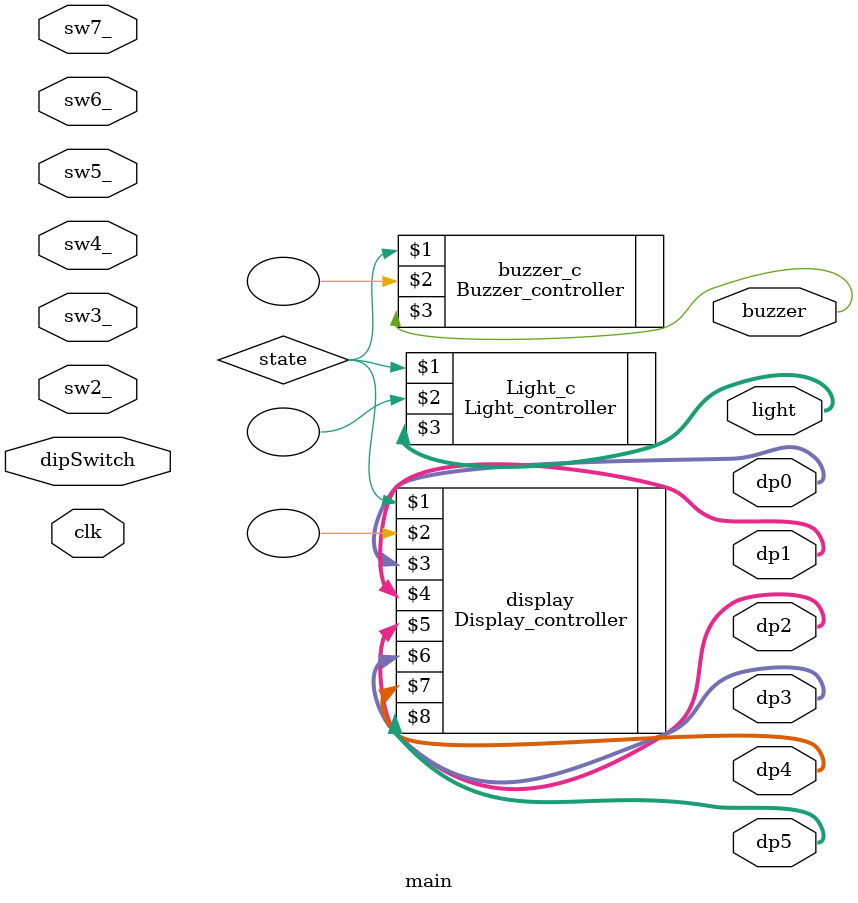
<source format=v>
module main(
	input sw2_, input sw3_, input sw4_, input sw5_, input sw6_, input sw7_,
	input[9:0] dipSwitch,
	input clk,

	output[6:0] dp0,
	output[6:0] dp1,
	output[6:0] dp2,
	output[6:0] dp3,
	output[6:0] dp4,
	output[6:0] dp5,

	output buzzer, 
	output[5:0] light
);

// **** SETUP **** //
wire sw2, sw3, sw4, sw5, sw6, sw7;
ButtonDebouncer btn_db1(clk, sw2_, sw2); // FIXME: 모듈명 및 인자 전달 순서 바뀔 수 있음
ButtonDebouncer btn_db2(clk, sw2_, sw3);
ButtonDebouncer btn_db3(clk, sw2_, sw4);
ButtonDebouncer btn_db4(clk, sw2_, sw5);
ButtonDebouncer btn_db5(clk, sw2_, sw6);
ButtonDebouncer btn_db6(clk, sw2_, sw7);


// **** REGISTER **** //
reg[4:0] hour; // 0 to 24
reg[5:0] min, sec; // 0 to 60

Time_counter TimeCounter(clk, hour, min, sec);

// **** STATE MACHINE **** //




// **** CONTROLLER **** //
// 출력할 모든 값들을 입력받고, 그 중 어떤 값을 출력할지 state에 따라서 결정한다.

Buzzer_controller buzzer_c(state, , buzzer);
Light_controller Light_c(state, , light);
Display_controller display(state, , dp0, dp1, dp2, dp3, dp4, dp5);

endmodule


</source>
